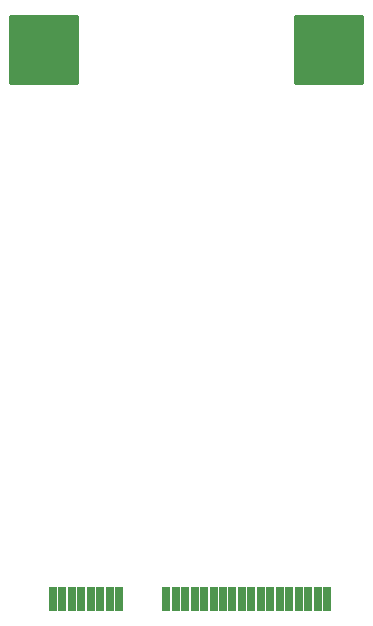
<source format=gbr>
%TF.GenerationSoftware,KiCad,Pcbnew,9.0.4-9.0.4-0~ubuntu24.04.1*%
%TF.CreationDate,2025-08-22T19:02:33+03:00*%
%TF.ProjectId,ThingsCore-1,5468696e-6773-4436-9f72-652d312e6b69,rev?*%
%TF.SameCoordinates,Original*%
%TF.FileFunction,Soldermask,Bot*%
%TF.FilePolarity,Negative*%
%FSLAX46Y46*%
G04 Gerber Fmt 4.6, Leading zero omitted, Abs format (unit mm)*
G04 Created by KiCad (PCBNEW 9.0.4-9.0.4-0~ubuntu24.04.1) date 2025-08-22 19:02:33*
%MOMM*%
%LPD*%
G01*
G04 APERTURE LIST*
G04 Aperture macros list*
%AMRoundRect*
0 Rectangle with rounded corners*
0 $1 Rounding radius*
0 $2 $3 $4 $5 $6 $7 $8 $9 X,Y pos of 4 corners*
0 Add a 4 corners polygon primitive as box body*
4,1,4,$2,$3,$4,$5,$6,$7,$8,$9,$2,$3,0*
0 Add four circle primitives for the rounded corners*
1,1,$1+$1,$2,$3*
1,1,$1+$1,$4,$5*
1,1,$1+$1,$6,$7*
1,1,$1+$1,$8,$9*
0 Add four rect primitives between the rounded corners*
20,1,$1+$1,$2,$3,$4,$5,0*
20,1,$1+$1,$4,$5,$6,$7,0*
20,1,$1+$1,$6,$7,$8,$9,0*
20,1,$1+$1,$8,$9,$2,$3,0*%
G04 Aperture macros list end*
%ADD10RoundRect,0.038000X-2.900000X-2.900000X2.900000X-2.900000X2.900000X2.900000X-2.900000X2.900000X0*%
%ADD11RoundRect,0.038000X-0.300000X-1.000000X0.300000X-1.000000X0.300000X1.000000X-0.300000X1.000000X0*%
G04 APERTURE END LIST*
D10*
%TO.C,U1*%
X15307328Y-15308537D03*
X39486338Y-15314455D03*
D11*
X16100000Y-61802500D03*
X16900000Y-61802500D03*
X17700000Y-61802500D03*
X18500000Y-61802500D03*
X19300000Y-61802500D03*
X20100000Y-61802500D03*
X20900000Y-61802500D03*
X21700000Y-61802500D03*
X25700000Y-61802500D03*
X26500000Y-61802500D03*
X27300000Y-61802500D03*
X28100000Y-61802500D03*
X28900000Y-61802500D03*
X29700000Y-61802500D03*
X30500000Y-61802500D03*
X31300000Y-61802500D03*
X32100000Y-61802500D03*
X32900000Y-61802500D03*
X33700000Y-61802500D03*
X34500000Y-61802500D03*
X35300000Y-61802500D03*
X36100000Y-61802500D03*
X36900000Y-61802500D03*
X37700000Y-61802500D03*
X38500000Y-61802500D03*
X39300000Y-61802500D03*
%TD*%
M02*

</source>
